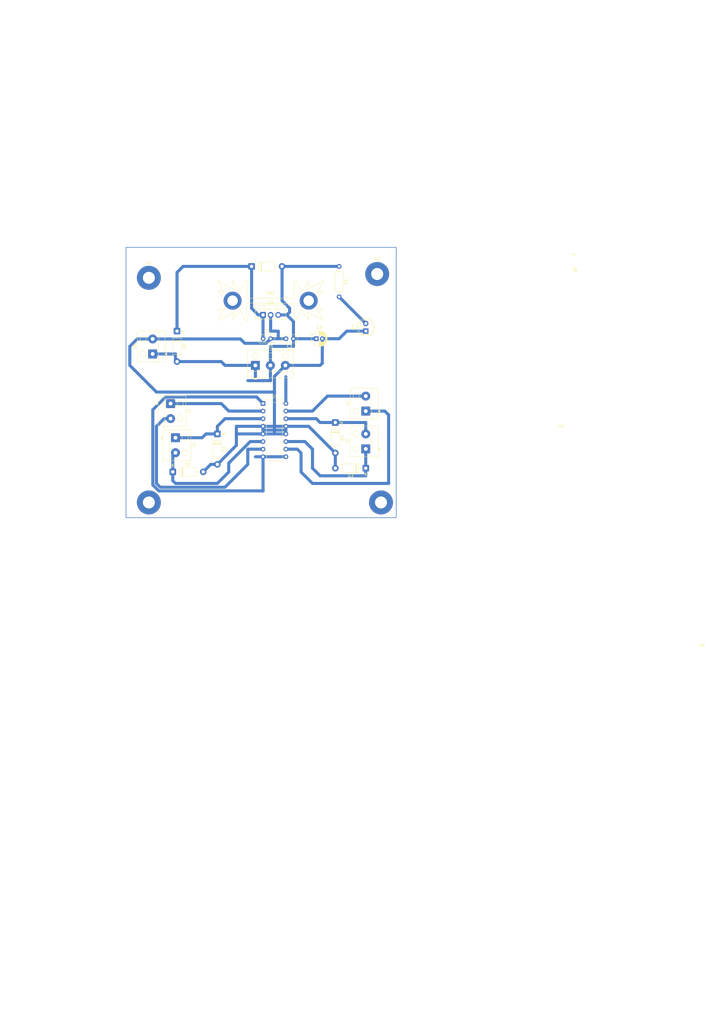
<source format=kicad_pcb>
(kicad_pcb (version 20241229) (generator "pcbnew") (generator_version "9.0")
  (layers (0 "F.Cu" signal) (2 "B.Cu" signal) (13 "F.Paste" user) (15 "B.Paste" user) (5 "F.SilkS" user "F.Silkscreen") (7 "B.SilkS" user "B.Silkscreen") (1 "F.Mask" user) (3 "B.Mask" user) (25 "Edge.Cuts" user))
  (net 0 "")
  (net 1 "GNDREF")
  (net 2 "Net-(D5-K)")
  (net 3 "/+5V")
  (net 4 "Net-(D1-K)")
  (net 5 "Net-(D2-K)")
  (net 6 "Net-(D3-K)")
  (net 7 "Net-(D4-K)")
  (net 8 "/+12V")
  (net 9 "Net-(D7-A)")
  (net 10 "Net-(J1-Pin_1)")
  (net 11 "Net-(J1-Pin_2)")
  (net 12 "Net-(J2-Pin_2)")
  (net 13 "Net-(J2-Pin_1)")
  (footprint "TerminalBlock_Altech:Altech_AK100_1x02_P5.00mm" (layer "F.Cu") (at 238.76 111.76 90)
    (property "Reference" "J2" (at 2.5 -6.12 90) (layer "F.SilkS"))
    (property "Value" "Screw_Terminal_01x02")
    (fp_line (start 7.62 -5.12) (end 7.62 4.12) (stroke (width 0.12)) (layer "F.SilkS"))
    (fp_line (start -2.62 -5.12) (end 7.62 -5.12) (stroke (width 0.12)) (layer "F.SilkS"))
    (fp_line (start -2.62 2) (end 7.62 2) (stroke (width 0.12)) (layer "F.SilkS"))
    (fp_line (start 7.62 4.12) (end 0.3 4.12) (stroke (width 0.12)) (layer "F.SilkS"))
    (fp_line (start -0.3 4.12) (end -2.62 4.12) (stroke (width 0.12)) (layer "F.SilkS"))
    (fp_line (start -2.62 4.12) (end -2.62 -5.12) (stroke (width 0.12)) (layer "F.SilkS"))
    (fp_circle (center 5 -3.2) (end 6 -3.2) (stroke (width 0.12)) (fill no) (layer "F.SilkS"))
    (fp_circle (center 0 -3.2) (end 1 -3.2) (stroke (width 0.12)) (fill no) (layer "F.SilkS"))
    (fp_poly (pts (xy 0 4.12) (xy 0.44 4.73) (xy -0.44 4.73)) (stroke (width 0.12)) (fill yes) (layer "F.SilkS"))
    (pad "1" thru_hole roundrect (at 0 0 90) (size 3 3) (drill 1.3) (layers "*.Cu" "*.Mask") (roundrect_rratio 0.083333) (net 13 "Net-(J2-Pin_1)"))
    (pad "2" thru_hole circle (at 5 0 90) (size 3 3) (drill 1.3) (layers "*.Cu" "*.Mask") (net 12 "Net-(J2-Pin_2)"))
  )
  (footprint "Diode_THT:D_DO-41_SOD81_P10.16mm_Horizontal" (layer "F.Cu") (at 238.76 130.81 180)
    (property "Reference" "D3" (at 5.08 -2.47 0) (layer "F.SilkS"))
    (property "Value" "1N4007")
    (fp_line (start 8.82 0) (end 7.8 0) (stroke (width 0.12)) (layer "F.SilkS"))
    (fp_line (start 3.38 -1.47) (end 3.38 1.47) (stroke (width 0.12)) (layer "F.SilkS"))
    (fp_line (start 3.26 -1.47) (end 3.26 1.47) (stroke (width 0.12)) (layer "F.SilkS"))
    (fp_line (start 3.14 -1.47) (end 3.14 1.47) (stroke (width 0.12)) (layer "F.SilkS"))
    (fp_line (start 1.34 0) (end 2.36 0) (stroke (width 0.12)) (layer "F.SilkS"))
    (fp_rect (start 2.36 -1.47) (end 7.8 1.47) (stroke (width 0.12)) (fill no) (layer "F.SilkS"))
    (fp_text user "K" (at 0 -2.1 0) (layer "F.SilkS"))
    (pad "1" thru_hole roundrect (at 0 0 180) (size 2.2 2.2) (drill 1.1) (layers "*.Cu" "*.Mask") (roundrect_rratio 0.113636) (net 6 "Net-(D3-K)"))
    (pad "2" thru_hole circle (at 10.16 0 180) (size 2.2 2.2) (drill 1.1) (layers "*.Cu" "*.Mask") (net 1 "GNDREF"))
  )
  (footprint "Diode_THT:D_DO-41_SOD81_P10.16mm_Horizontal" (layer "F.Cu") (at 175.77 85.09 -90)
    (property "Reference" "D5" (at 5.08 -2.47 90) (layer "F.SilkS"))
    (property "Value" "1N4007")
    (fp_line (start 1.34 0) (end 2.36 0) (stroke (width 0.12)) (layer "F.SilkS"))
    (fp_line (start 8.82 0) (end 7.8 0) (stroke (width 0.12)) (layer "F.SilkS"))
    (fp_line (start 3.14 -1.47) (end 3.14 1.47) (stroke (width 0.12)) (layer "F.SilkS"))
    (fp_line (start 3.26 -1.47) (end 3.26 1.47) (stroke (width 0.12)) (layer "F.SilkS"))
    (fp_line (start 3.38 -1.47) (end 3.38 1.47) (stroke (width 0.12)) (layer "F.SilkS"))
    (fp_rect (start 2.36 -1.47) (end 7.8 1.47) (stroke (width 0.12)) (fill no) (layer "F.SilkS"))
    (fp_text user "K" (at 0 -2.1 90) (layer "F.SilkS"))
    (pad "1" thru_hole roundrect (at 0 0 270) (size 2.2 2.2) (drill 1.1) (layers "*.Cu" "*.Mask") (roundrect_rratio 0.113636) (net 2 "Net-(D5-K)"))
    (pad "2" thru_hole circle (at 10.16 0 270) (size 2.2 2.2) (drill 1.1) (layers "*.Cu" "*.Mask") (net 8 "/+12V"))
  )
  (footprint "Package_TO_SOT_THT:TO-220-3_Vertical" (layer "F.Cu") (at 204.47 79.69)
    (property "Reference" "U2" (at 2.54 -4.1 0) (layer "F.SilkS"))
    (property "Value" "LM78M05_TO220")
    (fp_line (start -2.57 -3.26) (end 7.65 -3.26) (stroke (width 0.12)) (layer "F.SilkS"))
    (fp_line (start -2.57 -1.88) (end 7.65 -1.88) (stroke (width 0.12)) (layer "F.SilkS"))
    (fp_line (start -2.57 1.36) (end -2.57 -3.26) (stroke (width 0.12)) (layer "F.SilkS"))
    (fp_line (start 0.69 -3.26) (end 0.69 -1.88) (stroke (width 0.12)) (layer "F.SilkS"))
    (fp_line (start 4.39 -3.26) (end 4.39 -1.88) (stroke (width 0.12)) (layer "F.SilkS"))
    (fp_line (start 7.65 -3.26) (end 7.65 1.36) (stroke (width 0.12)) (layer "F.SilkS"))
    (fp_line (start 7.65 1.36) (end -2.57 1.36) (stroke (width 0.12)) (layer "F.SilkS"))
    (pad "1" thru_hole rect (at 0 0) (size 1.905 2) (drill 1.1) (layers "*.Cu" "*.Mask") (net 2 "Net-(D5-K)"))
    (pad "2" thru_hole oval (at 2.54 0) (size 1.905 2) (drill 1.1) (layers "*.Cu" "*.Mask") (net 1 "GNDREF"))
    (pad "3" thru_hole oval (at 5.08 0) (size 1.905 2) (drill 1.1) (layers "*.Cu" "*.Mask") (net 3 "/+5V"))
  )
  (footprint "MountingHole:MountingHole_4mm_Pad" (layer "F.Cu") (at 243.84 142.24)
    (property "Reference" "H3" (at 60.02 -25.35 0) (layer "F.SilkS"))
    (property "Value" "MountingHole")
    (pad "1" thru_hole circle (at 0 0) (size 8 8) (drill 4) (layers "*.Cu" "*.Mask"))
  )
  (footprint "TerminalBlock_Altech:Altech_AK100_1x02_P5.00mm" (layer "F.Cu") (at 167.64 92.71 90)
    (property "Reference" "J6" (at 2.5 -6.12 90) (layer "F.SilkS"))
    (property "Value" "Screw_Terminal_01x02")
    (fp_line (start 7.62 -5.12) (end 7.62 4.12) (stroke (width 0.12)) (layer "F.SilkS"))
    (fp_line (start -2.62 -5.12) (end 7.62 -5.12) (stroke (width 0.12)) (layer "F.SilkS"))
    (fp_line (start -2.62 2) (end 7.62 2) (stroke (width 0.12)) (layer "F.SilkS"))
    (fp_line (start 7.62 4.12) (end 0.3 4.12) (stroke (width 0.12)) (layer "F.SilkS"))
    (fp_line (start -0.3 4.12) (end -2.62 4.12) (stroke (width 0.12)) (layer "F.SilkS"))
    (fp_line (start -2.62 4.12) (end -2.62 -5.12) (stroke (width 0.12)) (layer "F.SilkS"))
    (fp_circle (center 5 -3.2) (end 6 -3.2) (stroke (width 0.12)) (fill no) (layer "F.SilkS"))
    (fp_circle (center 0 -3.2) (end 1 -3.2) (stroke (width 0.12)) (fill no) (layer "F.SilkS"))
    (fp_poly (pts (xy 0 4.12) (xy 0.44 4.73) (xy -0.44 4.73)) (stroke (width 0.12)) (fill yes) (layer "F.SilkS"))
    (pad "1" thru_hole roundrect (at 0 0 90) (size 3 3) (drill 1.3) (layers "*.Cu" "*.Mask") (roundrect_rratio 0.083333) (net 8 "/+12V"))
    (pad "2" thru_hole circle (at 5 0 90) (size 3 3) (drill 1.3) (layers "*.Cu" "*.Mask") (net 1 "GNDREF"))
  )
  (footprint "LED_THT:LED_D5.0mm" (layer "F.Cu") (at 238.76 85.09 90)
    (property "Reference" "D7" (at 1.27 -3.96 90) (layer "F.SilkS"))
    (property "Value" "LED")
    (fp_line (start -1.29 -1.545) (end -1.29 1.545) (stroke (width 0.12)) (layer "F.SilkS"))
    (fp_arc (start -1.29 -1.54483) (mid 2.071779 -2.880495) (end 4.26 0) (stroke (width 0.12)) (layer "F.SilkS"))
    (fp_arc (start 4.26 0) (mid 2.071779 2.880495) (end -1.29 1.54483) (stroke (width 0.12)) (layer "F.SilkS"))
    (fp_circle (center 1.27 0) (end 3.77 0) (stroke (width 0.12)) (fill no) (layer "F.SilkS"))
    (pad "1" thru_hole rect (at 0 0 90) (size 1.8 1.8) (drill 0.9) (layers "*.Cu" "*.Mask") (net 1 "GNDREF"))
    (pad "2" thru_hole circle (at 2.54 0 90) (size 1.8 1.8) (drill 0.9) (layers "*.Cu" "*.Mask") (net 9 "Net-(D7-A)"))
  )
  (footprint "TerminalBlock_Altech:Altech_AK100_1x03_P5.00mm" (layer "F.Cu") (at 201.93 96.52)
    (property "Reference" "J3" (at 5 -6.12 0) (layer "F.SilkS"))
    (property "Value" "Screw_Terminal_01x03")
    (fp_line (start -2.62 -5.12) (end 12.62 -5.12) (stroke (width 0.12)) (layer "F.SilkS"))
    (fp_line (start -2.62 2) (end 12.62 2) (stroke (width 0.12)) (layer "F.SilkS"))
    (fp_line (start -2.62 4.12) (end -2.62 -5.12) (stroke (width 0.12)) (layer "F.SilkS"))
    (fp_line (start -0.3 4.12) (end -2.62 4.12) (stroke (width 0.12)) (layer "F.SilkS"))
    (fp_line (start 12.62 -5.12) (end 12.62 4.12) (stroke (width 0.12)) (layer "F.SilkS"))
    (fp_line (start 12.62 4.12) (end 0.3 4.12) (stroke (width 0.12)) (layer "F.SilkS"))
    (fp_circle (center 0 -3.2) (end 1 -3.2) (stroke (width 0.12)) (fill no) (layer "F.SilkS"))
    (fp_circle (center 5 -3.2) (end 6 -3.2) (stroke (width 0.12)) (fill no) (layer "F.SilkS"))
    (fp_circle (center 10 -3.2) (end 11 -3.2) (stroke (width 0.12)) (fill no) (layer "F.SilkS"))
    (fp_poly (pts (xy 0 4.12) (xy 0.44 4.73) (xy -0.44 4.73)) (stroke (width 0.12)) (fill yes) (layer "F.SilkS"))
    (pad "1" thru_hole roundrect (at 0 0) (size 3 3) (drill 1.3) (layers "*.Cu" "*.Mask") (roundrect_rratio 0.083333) (net 8 "/+12V"))
    (pad "2" thru_hole circle (at 5 0) (size 3 3) (drill 1.3) (layers "*.Cu" "*.Mask") (net 3 "/+5V"))
    (pad "3" thru_hole circle (at 10 0) (size 3 3) (drill 1.3) (layers "*.Cu" "*.Mask") (net 1 "GNDREF"))
  )
  (footprint "Resistor_THT:R_Axial_DIN0207_L6.3mm_D2.5mm_P10.16mm_Horizontal" (layer "F.Cu") (at 229.87 63.5 -90)
    (property "Reference" "R1" (at 5.08 -2.37 90) (layer "F.SilkS"))
    (property "Value" "1k")
    (fp_line (start 1.04 0) (end 1.81 0) (stroke (width 0.12)) (layer "F.SilkS"))
    (fp_line (start 9.12 0) (end 8.35 0) (stroke (width 0.12)) (layer "F.SilkS"))
    (fp_rect (start 1.81 -1.37) (end 8.35 1.37) (stroke (width 0.12)) (fill no) (layer "F.SilkS"))
    (pad "1" thru_hole circle (at 0 0 270) (size 1.6 1.6) (drill 0.8) (layers "*.Cu" "*.Mask") (net 3 "/+5V"))
    (pad "2" thru_hole circle (at 10.16 0 270) (size 1.6 1.6) (drill 0.8) (layers "*.Cu" "*.Mask") (net 9 "Net-(D7-A)"))
  )
  (footprint "Capacitor_THT:C_Disc_D5.0mm_W2.5mm_P2.50mm" (layer "F.Cu") (at 214.63 87.63 180)
    (property "Reference" "C2" (at 1.25 -2.5 0) (layer "F.SilkS"))
    (property "Value" "0.1uf")
    (fp_line (start 3.87 1.37) (end -1.37 1.37) (stroke (width 0.12)) (layer "F.SilkS"))
    (fp_line (start 3.87 -1.37) (end 3.87 1.37) (stroke (width 0.12)) (layer "F.SilkS"))
    (fp_line (start -1.37 1.37) (end -1.37 -1.37) (stroke (width 0.12)) (layer "F.SilkS"))
    (fp_line (start -1.37 -1.37) (end 3.87 -1.37) (stroke (width 0.12)) (layer "F.SilkS"))
    (pad "1" thru_hole circle (at 0 0 180) (size 1.6 1.6) (drill 0.8) (layers "*.Cu" "*.Mask") (net 3 "/+5V"))
    (pad "2" thru_hole circle (at 2.5 0 180) (size 1.6 1.6) (drill 0.8) (layers "*.Cu" "*.Mask") (net 1 "GNDREF"))
  )
  (footprint "TerminalBlock_Altech:Altech_AK100_1x02_P5.00mm" (layer "F.Cu") (at 238.76 124.38 90)
    (property "Reference" "J5" (at 2.5 -6.12 90) (layer "F.SilkS"))
    (property "Value" "Screw_Terminal_01x02")
    (fp_line (start 7.62 -5.12) (end 7.62 4.12) (stroke (width 0.12)) (layer "F.SilkS"))
    (fp_line (start -2.62 -5.12) (end 7.62 -5.12) (stroke (width 0.12)) (layer "F.SilkS"))
    (fp_line (start -2.62 2) (end 7.62 2) (stroke (width 0.12)) (layer "F.SilkS"))
    (fp_line (start 7.62 4.12) (end 0.3 4.12) (stroke (width 0.12)) (layer "F.SilkS"))
    (fp_line (start -0.3 4.12) (end -2.62 4.12) (stroke (width 0.12)) (layer "F.SilkS"))
    (fp_line (start -2.62 4.12) (end -2.62 -5.12) (stroke (width 0.12)) (layer "F.SilkS"))
    (fp_circle (center 5 -3.2) (end 6 -3.2) (stroke (width 0.12)) (fill no) (layer "F.SilkS"))
    (fp_circle (center 0 -3.2) (end 1 -3.2) (stroke (width 0.12)) (fill no) (layer "F.SilkS"))
    (fp_poly (pts (xy 0 4.12) (xy 0.44 4.73) (xy -0.44 4.73)) (stroke (width 0.12)) (fill yes) (layer "F.SilkS"))
    (pad "1" thru_hole roundrect (at 0 0 90) (size 3 3) (drill 1.3) (layers "*.Cu" "*.Mask") (roundrect_rratio 0.083333) (net 6 "Net-(D3-K)"))
    (pad "2" thru_hole circle (at 5 0 90) (size 3 3) (drill 1.3) (layers "*.Cu" "*.Mask") (net 7 "Net-(D4-K)"))
  )
  (footprint "MountingHole:MountingHole_4mm_Pad" (layer "F.Cu") (at 242.57 66.04)
    (property "Reference" "H2" (at 0 -4.95 0) (layer "F.SilkS"))
    (property "Value" "MountingHole")
    (pad "1" thru_hole circle (at 0 0) (size 8 8) (drill 4) (layers "*.Cu" "*.Mask"))
  )
  (footprint "Diode_THT:D_DO-41_SOD81_P10.16mm_Horizontal" (layer "F.Cu") (at 174.3575 132.04)
    (property "Reference" "D2" (at 5.08 -2.47 0) (layer "F.SilkS"))
    (property "Value" "1N4007")
    (fp_line (start 1.34 0) (end 2.36 0) (stroke (width 0.12)) (layer "F.SilkS"))
    (fp_line (start 3.14 -1.47) (end 3.14 1.47) (stroke (width 0.12)) (layer "F.SilkS"))
    (fp_line (start 3.26 -1.47) (end 3.26 1.47) (stroke (width 0.12)) (layer "F.SilkS"))
    (fp_line (start 3.38 -1.47) (end 3.38 1.47) (stroke (width 0.12)) (layer "F.SilkS"))
    (fp_line (start 8.82 0) (end 7.8 0) (stroke (width 0.12)) (layer "F.SilkS"))
    (fp_rect (start 2.36 -1.47) (end 7.8 1.47) (stroke (width 0.12)) (fill no) (layer "F.SilkS"))
    (fp_text user "K" (at 0 -2.1 0) (layer "F.SilkS"))
    (pad "1" thru_hole roundrect (at 0 0) (size 2.2 2.2) (drill 1.1) (layers "*.Cu" "*.Mask") (roundrect_rratio 0.113636) (net 5 "Net-(D2-K)"))
    (pad "2" thru_hole circle (at 10.16 0) (size 2.2 2.2) (drill 1.1) (layers "*.Cu" "*.Mask") (net 1 "GNDREF"))
  )
  (footprint "Package_DIP:DIP-16_W7.62mm" (layer "F.Cu") (at 204.475 109.22)
    (property "Reference" "U1" (at 3.81 -2.33 0) (layer "F.SilkS"))
    (property "Value" "L293")
    (fp_line (start 1.16 -1.33) (end 1.16 19.11) (stroke (width 0.12)) (layer "F.SilkS"))
    (fp_line (start 1.16 19.11) (end 6.46 19.11) (stroke (width 0.12)) (layer "F.SilkS"))
    (fp_line (start 2.81 -1.33) (end 1.16 -1.33) (stroke (width 0.12)) (layer "F.SilkS"))
    (fp_line (start 6.46 -1.33) (end 4.81 -1.33) (stroke (width 0.12)) (layer "F.SilkS"))
    (fp_line (start 6.46 19.11) (end 6.46 -1.33) (stroke (width 0.12)) (layer "F.SilkS"))
    (fp_arc (start 4.81 -1.33) (mid 3.81 -0.33) (end 2.81 -1.33) (stroke (width 0.12)) (layer "F.SilkS"))
    (pad "1" thru_hole roundrect (at 0 0) (size 1.6 1.6) (drill 0.8) (layers "*.Cu" "*.Mask") (roundrect_rratio 0.15625) (net 3 "/+5V"))
    (pad "2" thru_hole circle (at 0 2.54) (size 1.6 1.6) (drill 0.8) (layers "*.Cu" "*.Mask") (net 10 "Net-(J1-Pin_1)"))
    (pad "3" thru_hole circle (at 0 5.08) (size 1.6 1.6) (drill 0.8) (layers "*.Cu" "*.Mask") (net 4 "Net-(D1-K)"))
    (pad "4" thru_hole circle (at 0 7.62) (size 1.6 1.6) (drill 0.8) (layers "*.Cu" "*.Mask") (net 1 "GNDREF"))
    (pad "5" thru_hole circle (at 0 10.16) (size 1.6 1.6) (drill 0.8) (layers "*.Cu" "*.Mask") (net 1 "GNDREF"))
    (pad "6" thru_hole circle (at 0 12.7) (size 1.6 1.6) (drill 0.8) (layers "*.Cu" "*.Mask") (net 5 "Net-(D2-K)"))
    (pad "7" thru_hole circle (at 0 15.24) (size 1.6 1.6) (drill 0.8) (layers "*.Cu" "*.Mask") (net 11 "Net-(J1-Pin_2)"))
    (pad "8" thru_hole circle (at 0 17.78) (size 1.6 1.6) (drill 0.8) (layers "*.Cu" "*.Mask") (net 3 "/+5V"))
    (pad "9" thru_hole circle (at 7.62 17.78) (size 1.6 1.6) (drill 0.8) (layers "*.Cu" "*.Mask") (net 3 "/+5V"))
    (pad "10" thru_hole circle (at 7.62 15.24) (size 1.6 1.6) (drill 0.8) (layers "*.Cu" "*.Mask") (net 13 "Net-(J2-Pin_1)"))
    (pad "11" thru_hole circle (at 7.62 12.7) (size 1.6 1.6) (drill 0.8) (layers "*.Cu" "*.Mask") (net 6 "Net-(D3-K)"))
    (pad "12" thru_hole circle (at 7.62 10.16) (size 1.6 1.6) (drill 0.8) (layers "*.Cu" "*.Mask") (net 1 "GNDREF"))
    (pad "13" thru_hole circle (at 7.62 7.62) (size 1.6 1.6) (drill 0.8) (layers "*.Cu" "*.Mask") (net 1 "GNDREF"))
    (pad "14" thru_hole circle (at 7.62 5.08) (size 1.6 1.6) (drill 0.8) (layers "*.Cu" "*.Mask") (net 7 "Net-(D4-K)"))
    (pad "15" thru_hole circle (at 7.62 2.54) (size 1.6 1.6) (drill 0.8) (layers "*.Cu" "*.Mask") (net 12 "Net-(J2-Pin_2)"))
    (pad "16" thru_hole circle (at 7.62 0) (size 1.6 1.6) (drill 0.8) (layers "*.Cu" "*.Mask") (net 8 "/+12V"))
  )
  (footprint "Diode_THT:D_DO-41_SOD81_P10.16mm_Horizontal" (layer "F.Cu") (at 200.66 63.5)
    (property "Reference" "D6" (at 107.98 1.03 270) (layer "F.SilkS"))
    (property "Value" "1N4007")
    (fp_line (start 1.34 0) (end 2.36 0) (stroke (width 0.12)) (layer "F.SilkS"))
    (fp_line (start 3.14 -1.47) (end 3.14 1.47) (stroke (width 0.12)) (layer "F.SilkS"))
    (fp_line (start 3.26 -1.47) (end 3.26 1.47) (stroke (width 0.12)) (layer "F.SilkS"))
    (fp_line (start 3.38 -1.47) (end 3.38 1.47) (stroke (width 0.12)) (layer "F.SilkS"))
    (fp_line (start 8.82 0) (end 7.8 0) (stroke (width 0.12)) (layer "F.SilkS"))
    (fp_rect (start 2.36 -1.47) (end 7.8 1.47) (stroke (width 0.12)) (fill no) (layer "F.SilkS"))
    (fp_text user "K" (at 107.61 -4.05 270) (layer "F.SilkS"))
    (pad "1" thru_hole roundrect (at 0 0) (size 2.2 2.2) (drill 1.1) (layers "*.Cu" "*.Mask") (roundrect_rratio 0.113636) (net 2 "Net-(D5-K)"))
    (pad "2" thru_hole circle (at 10.16 0) (size 2.2 2.2) (drill 1.1) (layers "*.Cu" "*.Mask") (net 3 "/+5V"))
  )
  (footprint "MountingHole:MountingHole_4mm_Pad" (layer "F.Cu") (at 166.37 142.24)
    (property "Reference" "H4" (at 184.48 47.65 0) (layer "F.SilkS"))
    (property "Value" "MountingHole")
    (pad "1" thru_hole circle (at 0 0) (size 8 8) (drill 4) (layers "*.Cu" "*.Mask"))
  )
  (footprint "MountingHole:MountingHole_4mm_Pad" (layer "F.Cu") (at 166.37 67.31)
    (property "Reference" "H1" (at 0 -4.95 0) (layer "F.SilkS"))
    (property "Value" "MountingHole")
    (pad "1" thru_hole circle (at 0 0) (size 8 8) (drill 4) (layers "*.Cu" "*.Mask"))
  )
  (footprint "Capacitor_THT:C_Disc_D5.0mm_W2.5mm_P2.50mm" (layer "F.Cu") (at 204.51 87.63)
    (property "Reference" "C1" (at 1.25 -2.5 0) (layer "F.SilkS"))
    (property "Value" "0.1uf")
    (fp_line (start -1.37 -1.37) (end 3.87 -1.37) (stroke (width 0.12)) (layer "F.SilkS"))
    (fp_line (start -1.37 1.37) (end -1.37 -1.37) (stroke (width 0.12)) (layer "F.SilkS"))
    (fp_line (start 3.87 -1.37) (end 3.87 1.37) (stroke (width 0.12)) (layer "F.SilkS"))
    (fp_line (start 3.87 1.37) (end -1.37 1.37) (stroke (width 0.12)) (layer "F.SilkS"))
    (pad "1" thru_hole circle (at 0 0) (size 1.6 1.6) (drill 0.8) (layers "*.Cu" "*.Mask") (net 2 "Net-(D5-K)"))
    (pad "2" thru_hole circle (at 2.5 0) (size 1.6 1.6) (drill 0.8) (layers "*.Cu" "*.Mask") (net 1 "GNDREF"))
  )
  (footprint "TerminalBlock_Altech:Altech_AK100_1x02_P5.00mm" (layer "F.Cu") (at 175.26 120.65 -90)
    (property "Reference" "J4" (at 2.5 -6.12 90) (layer "F.SilkS"))
    (property "Value" "Screw_Terminal_01x02")
    (fp_line (start -2.62 4.12) (end -2.62 -5.12) (stroke (width 0.12)) (layer "F.SilkS"))
    (fp_line (start -0.3 4.12) (end -2.62 4.12) (stroke (width 0.12)) (layer "F.SilkS"))
    (fp_line (start 7.62 4.12) (end 0.3 4.12) (stroke (width 0.12)) (layer "F.SilkS"))
    (fp_line (start -2.62 2) (end 7.62 2) (stroke (width 0.12)) (layer "F.SilkS"))
    (fp_line (start -2.62 -5.12) (end 7.62 -5.12) (stroke (width 0.12)) (layer "F.SilkS"))
    (fp_line (start 7.62 -5.12) (end 7.62 4.12) (stroke (width 0.12)) (layer "F.SilkS"))
    (fp_circle (center 0 -3.2) (end 1 -3.2) (stroke (width 0.12)) (fill no) (layer "F.SilkS"))
    (fp_circle (center 5 -3.2) (end 6 -3.2) (stroke (width 0.12)) (fill no) (layer "F.SilkS"))
    (fp_poly (pts (xy 0 4.12) (xy 0.44 4.73) (xy -0.44 4.73)) (stroke (width 0.12)) (fill yes) (layer "F.SilkS"))
    (pad "1" thru_hole roundrect (at 0 0 270) (size 3 3) (drill 1.3) (layers "*.Cu" "*.Mask") (roundrect_rratio 0.083333) (net 4 "Net-(D1-K)"))
    (pad "2" thru_hole circle (at 5 0 270) (size 3 3) (drill 1.3) (layers "*.Cu" "*.Mask") (net 5 "Net-(D2-K)"))
  )
  (footprint "Diode_THT:D_DO-41_SOD81_P10.16mm_Horizontal" (layer "F.Cu") (at 189.23 119.38 -90)
    (property "Reference" "D1" (at 5.08 -2.47 90) (layer "F.SilkS"))
    (property "Value" "1N4007")
    (fp_line (start 1.34 0) (end 2.36 0) (stroke (width 0.12)) (layer "F.SilkS"))
    (fp_line (start 8.82 0) (end 7.8 0) (stroke (width 0.12)) (layer "F.SilkS"))
    (fp_line (start 3.14 -1.47) (end 3.14 1.47) (stroke (width 0.12)) (layer "F.SilkS"))
    (fp_line (start 3.26 -1.47) (end 3.26 1.47) (stroke (width 0.12)) (layer "F.SilkS"))
    (fp_line (start 3.38 -1.47) (end 3.38 1.47) (stroke (width 0.12)) (layer "F.SilkS"))
    (fp_rect (start 2.36 -1.47) (end 7.8 1.47) (stroke (width 0.12)) (fill no) (layer "F.SilkS"))
    (fp_text user "K" (at 0 -2.1 90) (layer "F.SilkS"))
    (pad "1" thru_hole roundrect (at 0 0 270) (size 2.2 2.2) (drill 1.1) (layers "*.Cu" "*.Mask") (roundrect_rratio 0.113636) (net 4 "Net-(D1-K)"))
    (pad "2" thru_hole circle (at 10.16 0 270) (size 2.2 2.2) (drill 1.1) (layers "*.Cu" "*.Mask") (net 1 "GNDREF"))
  )
  (footprint "Capacitor_THT:CP_Radial_D5.0mm_P2.00mm" (layer "F.Cu") (at 222.25 87.63)
    (property "Reference" "C3" (at 1 -3.75 0) (layer "F.SilkS"))
    (property "Value" "10uf")
    (fp_line (start -1.804775 -1.475) (end -1.304775 -1.475) (stroke (width 0.12)) (layer "F.SilkS"))
    (fp_line (start -1.554775 -1.725) (end -1.554775 -1.225) (stroke (width 0.12)) (layer "F.SilkS"))
    (fp_line (start 1 -2.58) (end 1 -1.04) (stroke (width 0.12)) (layer "F.SilkS"))
    (fp_line (start 1 1.04) (end 1 2.58) (stroke (width 0.12)) (layer "F.SilkS"))
    (fp_line (start 1.04 -2.58) (end 1.04 -1.04) (stroke (width 0.12)) (layer "F.SilkS"))
    (fp_line (start 1.04 1.04) (end 1.04 2.58) (stroke (width 0.12)) (layer "F.SilkS"))
    (fp_line (start 1.08 -2.579) (end 1.08 -1.04) (stroke (width 0.12)) (layer "F.SilkS"))
    (fp_line (start 1.08 1.04) (end 1.08 2.579) (stroke (width 0.12)) (layer "F.SilkS"))
    (fp_line (start 1.12 -2.577) (end 1.12 -1.04) (stroke (width 0.12)) (layer "F.SilkS"))
    (fp_line (start 1.12 1.04) (end 1.12 2.577) (stroke (width 0.12)) (layer "F.SilkS"))
    (fp_line (start 1.16 -2.575) (end 1.16 -1.04) (stroke (width 0.12)) (layer "F.SilkS"))
    (fp_line (start 1.16 1.04) (end 1.16 2.575) (stroke (width 0.12)) (layer "F.SilkS"))
    (fp_line (start 1.2 -2.572) (end 1.2 -1.04) (stroke (width 0.12)) (layer "F.SilkS"))
    (fp_line (start 1.2 1.04) (end 1.2 2.572) (stroke (width 0.12)) (layer "F.SilkS"))
    (fp_line (start 1.24 -2.569) (end 1.24 -1.04) (stroke (width 0.12)) (layer "F.SilkS"))
    (fp_line (start 1.24 1.04) (end 1.24 2.569) (stroke (width 0.12)) (layer "F.SilkS"))
    (fp_line (start 1.28 -2.565) (end 1.28 -1.04) (stroke (width 0.12)) (layer "F.SilkS"))
    (fp_line (start 1.28 1.04) (end 1.28 2.565) (stroke (width 0.12)) (layer "F.SilkS"))
    (fp_line (start 1.32 -2.56) (end 1.32 -1.04) (stroke (width 0.12)) (layer "F.SilkS"))
    (fp_line (start 1.32 1.04) (end 1.32 2.56) (stroke (width 0.12)) (layer "F.SilkS"))
    (fp_line (start 1.36 -2.555) (end 1.36 -1.04) (stroke (width 0.12)) (layer "F.SilkS"))
    (fp_line (start 1.36 1.04) (end 1.36 2.555) (stroke (width 0.12)) (layer "F.SilkS"))
    (fp_line (start 1.4 -2.549) (end 1.4 -1.04) (stroke (width 0.12)) (layer "F.SilkS"))
    (fp_line (start 1.4 1.04) (end 1.4 2.549) (stroke (width 0.12)) (layer "F.SilkS"))
    (fp_line (start 1.44 -2.543) (end 1.44 -1.04) (stroke (width 0.12)) (layer "F.SilkS"))
    (fp_line (start 1.44 1.04) (end 1.44 2.543) (stroke (width 0.12)) (layer "F.SilkS"))
    (fp_line (start 1.48 -2.536) (end 1.48 -1.04) (stroke (width 0.12)) (layer "F.SilkS"))
    (fp_line (start 1.48 1.04) (end 1.48 2.536) (stroke (width 0.12)) (layer "F.SilkS"))
    (fp_line (start 1.52 -2.528) (end 1.52 -1.04) (stroke (width 0.12)) (layer "F.SilkS"))
    (fp_line (start 1.52 1.04) (end 1.52 2.528) (stroke (width 0.12)) (layer "F.SilkS"))
    (fp_line (start 1.56 -2.519) (end 1.56 -1.04) (stroke (width 0.12)) (layer "F.SilkS"))
    (fp_line (start 1.56 1.04) (end 1.56 2.519) (stroke (width 0.12)) (layer "F.SilkS"))
    (fp_line (start 1.6 -2.51) (end 1.6 -1.04) (stroke (width 0.12)) (layer "F.SilkS"))
    (fp_line (start 1.6 1.04) (end 1.6 2.51) (stroke (width 0.12)) (layer "F.SilkS"))
    (fp_line (start 1.64 -2.501) (end 1.64 -1.04) (stroke (width 0.12)) (layer "F.SilkS"))
    (fp_line (start 1.64 1.04) (end 1.64 2.501) (stroke (width 0.12)) (layer "F.SilkS"))
    (fp_line (start 1.68 -2.49) (end 1.68 -1.04) (stroke (width 0.12)) (layer "F.SilkS"))
    (fp_line (start 1.68 1.04) (end 1.68 2.49) (stroke (width 0.12)) (layer "F.SilkS"))
    (fp_line (start 1.72 -2.479) (end 1.72 -1.04) (stroke (width 0.12)) (layer "F.SilkS"))
    (fp_line (start 1.72 1.04) (end 1.72 2.479) (stroke (width 0.12)) (layer "F.SilkS"))
    (fp_line (start 1.76 -2.467) (end 1.76 -1.04) (stroke (width 0.12)) (layer "F.SilkS"))
    (fp_line (start 1.76 1.04) (end 1.76 2.467) (stroke (width 0.12)) (layer "F.SilkS"))
    (fp_line (start 1.8 -2.455) (end 1.8 -1.04) (stroke (width 0.12)) (layer "F.SilkS"))
    (fp_line (start 1.8 1.04) (end 1.8 2.455) (stroke (width 0.12)) (layer "F.SilkS"))
    (fp_line (start 1.84 -2.442) (end 1.84 -1.04) (stroke (width 0.12)) (layer "F.SilkS"))
    (fp_line (start 1.84 1.04) (end 1.84 2.442) (stroke (width 0.12)) (layer "F.SilkS"))
    (fp_line (start 1.88 -2.428) (end 1.88 -1.04) (stroke (width 0.12)) (layer "F.SilkS"))
    (fp_line (start 1.88 1.04) (end 1.88 2.428) (stroke (width 0.12)) (layer "F.SilkS"))
    (fp_line (start 1.92 -2.413) (end 1.92 -1.04) (stroke (width 0.12)) (layer "F.SilkS"))
    (fp_line (start 1.92 1.04) (end 1.92 2.413) (stroke (width 0.12)) (layer "F.SilkS"))
    (fp_line (start 1.96 -2.398) (end 1.96 -1.04) (stroke (width 0.12)) (layer "F.SilkS"))
    (fp_line (start 1.96 1.04) (end 1.96 2.398) (stroke (width 0.12)) (layer "F.SilkS"))
    (fp_line (start 2 -2.382) (end 2 -1.04) (stroke (width 0.12)) (layer "F.SilkS"))
    (fp_line (start 2 1.04) (end 2 2.382) (stroke (width 0.12)) (layer "F.SilkS"))
    (fp_line (start 2.04 -2.365) (end 2.04 -1.04) (stroke (width 0.12)) (layer "F.SilkS"))
    (fp_line (start 2.04 1.04) (end 2.04 2.365) (stroke (width 0.12)) (layer "F.SilkS"))
    (fp_line (start 2.08 -2.347) (end 2.08 -1.04) (stroke (width 0.12)) (layer "F.SilkS"))
    (fp_line (start 2.08 1.04) (end 2.08 2.347) (stroke (width 0.12)) (layer "F.SilkS"))
    (fp_line (start 2.12 -2.329) (end 2.12 -1.04) (stroke (width 0.12)) (layer "F.SilkS"))
    (fp_line (start 2.12 1.04) (end 2.12 2.329) (stroke (width 0.12)) (layer "F.SilkS"))
    (fp_line (start 2.16 -2.309) (end 2.16 -1.04) (stroke (width 0.12)) (layer "F.SilkS"))
    (fp_line (start 2.16 1.04) (end 2.16 2.309) (stroke (width 0.12)) (layer "F.SilkS"))
    (fp_line (start 2.2 -2.289) (end 2.2 -1.04) (stroke (width 0.12)) (layer "F.SilkS"))
    (fp_line (start 2.2 1.04) (end 2.2 2.289) (stroke (width 0.12)) (layer "F.SilkS"))
    (fp_line (start 2.24 -2.268) (end 2.24 -1.04) (stroke (width 0.12)) (layer "F.SilkS"))
    (fp_line (start 2.24 1.04) (end 2.24 2.268) (stroke (width 0.12)) (layer "F.SilkS"))
    (fp_line (start 2.28 -2.246) (end 2.28 -1.04) (stroke (width 0.12)) (layer "F.SilkS"))
    (fp_line (start 2.28 1.04) (end 2.28 2.246) (stroke (width 0.12)) (layer "F.SilkS"))
    (fp_line (start 2.32 -2.223) (end 2.32 -1.04) (stroke (width 0.12)) (layer "F.SilkS"))
    (fp_line (start 2.32 1.04) (end 2.32 2.223) (stroke (width 0.12)) (layer "F.SilkS"))
    (fp_line (start 2.36 -2.199) (end 2.36 -1.04) (stroke (width 0.12)) (layer "F.SilkS"))
    (fp_line (start 2.36 1.04) (end 2.36 2.199) (stroke (width 0.12)) (layer "F.SilkS"))
    (fp_line (start 2.4 -2.175) (end 2.4 -1.04) (stroke (width 0.12)) (layer "F.SilkS"))
    (fp_line (start 2.4 1.04) (end 2.4 2.175) (stroke (width 0.12)) (layer "F.SilkS"))
    (fp_line (start 2.44 -2.149) (end 2.44 -1.04) (stroke (width 0.12)) (layer "F.SilkS"))
    (fp_line (start 2.44 1.04) (end 2.44 2.149) (stroke (width 0.12)) (layer "F.SilkS"))
    (fp_line (start 2.48 -2.122) (end 2.48 -1.04) (stroke (width 0.12)) (layer "F.SilkS"))
    (fp_line (start 2.48 1.04) (end 2.48 2.122) (stroke (width 0.12)) (layer "F.SilkS"))
    (fp_line (start 2.52 -2.094) (end 2.52 -1.04) (stroke (width 0.12)) (layer "F.SilkS"))
    (fp_line (start 2.52 1.04) (end 2.52 2.094) (stroke (width 0.12)) (layer "F.SilkS"))
    (fp_line (start 2.56 -2.065) (end 2.56 -1.04) (stroke (width 0.12)) (layer "F.SilkS"))
    (fp_line (start 2.56 1.04) (end 2.56 2.065) (stroke (width 0.12)) (layer "F.SilkS"))
    (fp_line (start 2.6 -2.035) (end 2.6 -1.04) (stroke (width 0.12)) (layer "F.SilkS"))
    (fp_line (start 2.6 1.04) (end 2.6 2.035) (stroke (width 0.12)) (layer "F.SilkS"))
    (fp_line (start 2.64 -2.003) (end 2.64 -1.04) (stroke (width 0.12)) (layer "F.SilkS"))
    (fp_line (start 2.64 1.04) (end 2.64 2.003) (stroke (width 0.12)) (layer "F.SilkS"))
    (fp_line (start 2.68 -1.97) (end 2.68 -1.04) (stroke (width 0.12)) (layer "F.SilkS"))
    (fp_line (start 2.68 1.04) (end 2.68 1.97) (stroke (width 0.12)) (layer "F.SilkS"))
    (fp_line (start 2.72 -1.936) (end 2.72 -1.04) (stroke (width 0.12)) (layer "F.SilkS"))
    (fp_line (start 2.72 1.04) (end 2.72 1.936) (stroke (width 0.12)) (layer "F.SilkS"))
    (fp_line (start 2.76 -1.901) (end 2.76 -1.04) (stroke (width 0.12)) (layer "F.SilkS"))
    (fp_line (start 2.76 1.04) (end 2.76 1.901) (stroke (width 0.12)) (layer "F.SilkS"))
    (fp_line (start 2.8 -1.864) (end 2.8 -1.04) (stroke (width 0.12)) (layer "F.SilkS"))
    (fp_line (start 2.8 1.04) (end 2.8 1.864) (stroke (width 0.12)) (layer "F.SilkS"))
    (fp_line (start 2.84 -1.825) (end 2.84 -1.04) (stroke (width 0.12)) (layer "F.SilkS"))
    (fp_line (start 2.84 1.04) (end 2.84 1.825) (stroke (width 0.12)) (layer "F.SilkS"))
    (fp_line (start 2.88 -1.785) (end 2.88 -1.04) (stroke (width 0.12)) (layer "F.SilkS"))
    (fp_line (start 2.88 1.04) (end 2.88 1.785) (stroke (width 0.12)) (layer "F.SilkS"))
    (fp_line (start 2.92 -1.743) (end 2.92 -1.04) (stroke (width 0.12)) (layer "F.SilkS"))
    (fp_line (start 2.92 1.04) (end 2.92 1.743) (stroke (width 0.12)) (layer "F.SilkS"))
    (fp_line (start 2.96 -1.699) (end 2.96 -1.04) (stroke (width 0.12)) (layer "F.SilkS"))
    (fp_line (start 2.96 1.04) (end 2.96 1.699) (stroke (width 0.12)) (layer "F.SilkS"))
    (fp_line (start 3 -1.652) (end 3 -1.04) (stroke (width 0.12)) (layer "F.SilkS"))
    (fp_line (start 3 1.04) (end 3 1.652) (stroke (width 0.12)) (layer "F.SilkS"))
    (fp_line (start 3.04 -1.604) (end 3.04 1.604) (stroke (width 0.12)) (layer "F.SilkS"))
    (fp_line (start 3.08 -1.553) (end 3.08 1.553) (stroke (width 0.12)) (layer "F.SilkS"))
    (fp_line (start 3.12 -1.499) (end 3.12 1.499) (stroke (width 0.12)) (layer "F.SilkS"))
    (fp_line (start 3.16 -1.443) (end 3.16 1.443) (stroke (width 0.12)) (layer "F.SilkS"))
    (fp_line (start 3.2 -1.383) (end 3.2 1.383) (stroke (width 0.12)) (layer "F.SilkS"))
    (fp_line (start 3.24 -1.319) (end 3.24 1.319) (stroke (width 0.12)) (layer "F.SilkS"))
    (fp_line (start 3.28 -1.251) (end 3.28 1.251) (stroke (width 0.12)) (layer "F.SilkS"))
    (fp_line (start 3.32 -1.177) (end 3.32 1.177) (stroke (width 0.12)) (layer "F.SilkS"))
    (fp_line (start 3.36 -1.098) (end 3.36 1.098) (stroke (width 0.12)) (layer "F.SilkS"))
    (fp_line (start 3.4 -1.011) (end 3.4 1.011) (stroke (width 0.12)) (layer "F.SilkS"))
    (fp_line (start 3.44 -0.914) (end 3.44 0.914) (stroke (width 0.12)) (layer "F.SilkS"))
    (fp_line (start 3.48 -0.805) (end 3.48 0.805) (stroke (width 0.12)) (layer "F.SilkS"))
    (fp_line (start 3.52 -0.677) (end 3.52 0.677) (stroke (width 0.12)) (layer "F.SilkS"))
    (fp_line (start 3.56 -0.517) (end 3.56 0.517) (stroke (width 0.12)) (layer "F.SilkS"))
    (fp_line (start 3.6 -0.283) (end 3.6 0.283) (stroke (width 0.12)) (layer "F.SilkS"))
    (fp_circle (center 1 0) (end 3.62 0) (stroke (width 0.12)) (fill no) (layer "F.SilkS"))
    (pad "1" thru_hole roundrect (at 0 0) (size 1.6 1.6) (drill 0.8) (layers "*.Cu" "*.Mask") (roundrect_rratio 0.15625) (net 3 "/+5V"))
    (pad "2" thru_hole circle (at 2 0) (size 1.6 1.6) (drill 0.8) (layers "*.Cu" "*.Mask") (net 1 "GNDREF"))
  )
  (footprint "TerminalBlock_Altech:Altech_AK100_1x02_P5.00mm" (layer "F.Cu") (at 173.6225 109.26 -90)
    (property "Reference" "J1" (at 2.5 -6.12 90) (layer "F.SilkS"))
    (property "Value" "Screw_Terminal_01x02")
    (fp_line (start -2.62 4.12) (end -2.62 -5.12) (stroke (width 0.12)) (layer "F.SilkS"))
    (fp_line (start -0.3 4.12) (end -2.62 4.12) (stroke (width 0.12)) (layer "F.SilkS"))
    (fp_line (start 7.62 4.12) (end 0.3 4.12) (stroke (width 0.12)) (layer "F.SilkS"))
    (fp_line (start -2.62 2) (end 7.62 2) (stroke (width 0.12)) (layer "F.SilkS"))
    (fp_line (start -2.62 -5.12) (end 7.62 -5.12) (stroke (width 0.12)) (layer "F.SilkS"))
    (fp_line (start 7.62 -5.12) (end 7.62 4.12) (stroke (width 0.12)) (layer "F.SilkS"))
    (fp_circle (center 0 -3.2) (end 1 -3.2) (stroke (width 0.12)) (fill no) (layer "F.SilkS"))
    (fp_circle (center 5 -3.2) (end 6 -3.2) (stroke (width 0.12)) (fill no) (layer "F.SilkS"))
    (fp_poly (pts (xy 0 4.12) (xy 0.44 4.73) (xy -0.44 4.73)) (stroke (width 0.12)) (fill yes) (layer "F.SilkS"))
    (pad "1" thru_hole roundrect (at 0 0 270) (size 3 3) (drill 1.3) (layers "*.Cu" "*.Mask") (roundrect_rratio 0.083333) (net 10 "Net-(J1-Pin_1)"))
    (pad "2" thru_hole circle (at 5 0 270) (size 3 3) (drill 1.3) (layers "*.Cu" "*.Mask") (net 11 "Net-(J1-Pin_2)"))
  )
  (footprint "Heatsink:Heatsink_Fischer_SK104-STCB_35x13mm__2xDrill3.5mm_ScrewM3" (layer "F.Cu") (at 207.01 74.93)
    (property "Reference" "HS1" (at -0.025 -2.5 0) (layer "F.SilkS"))
    (property "Value" "Heatsink")
    (fp_line (start -17.63 -6.51) (end -15.48 -2.74) (stroke (width 0.12)) (layer "F.SilkS"))
    (fp_line (start -17.63 6.51) (end -15.48 2.74) (stroke (width 0.12)) (layer "F.SilkS"))
    (fp_line (start -17.62 -3.27) (end -15.66 -1.38) (stroke (width 0.12)) (layer "F.SilkS"))
    (fp_line (start -17.62 3.27) (end -15.66 1.38) (stroke (width 0.12)) (layer "F.SilkS"))
    (fp_line (start -17.53 -3.42) (end -17.62 -3.27) (stroke (width 0.12)) (layer "F.SilkS"))
    (fp_line (start -17.53 3.42) (end -17.62 3.27) (stroke (width 0.12)) (layer "F.SilkS"))
    (fp_line (start -17.51 -6.63) (end -17.63 -6.51) (stroke (width 0.12)) (layer "F.SilkS"))
    (fp_line (start -17.51 6.63) (end -17.63 6.51) (stroke (width 0.12)) (layer "F.SilkS"))
    (fp_line (start -15.48 -2.74) (end -17.53 -3.42) (stroke (width 0.12)) (layer "F.SilkS"))
    (fp_line (start -15.48 2.74) (end -17.53 3.42) (stroke (width 0.12)) (layer "F.SilkS"))
    (fp_line (start -12.87 -6.55) (end -12.21 -3.75) (stroke (width 0.12)) (layer "F.SilkS"))
    (fp_line (start -12.87 6.55) (end -12.21 3.75) (stroke (width 0.12)) (layer "F.SilkS"))
    (fp_line (start -12.69 -6.61) (end -12.87 -6.55) (stroke (width 0.12)) (layer "F.SilkS"))
    (fp_line (start -12.69 6.61) (end -12.87 6.55) (stroke (width 0.12)) (layer "F.SilkS"))
    (fp_line (start -12.21 -3.75) (end -17.51 -6.63) (stroke (width 0.12)) (layer "F.SilkS"))
    (fp_line (start -12.21 3.75) (end -17.51 6.63) (stroke (width 0.12)) (layer "F.SilkS"))
    (fp_line (start -10.19 -2.89) (end -12.69 -6.61) (stroke (width 0.12)) (layer "F.SilkS"))
    (fp_line (start -10.19 2.89) (end -12.69 6.61) (stroke (width 0.12)) (layer "F.SilkS"))
    (fp_line (start -8.57 -6.6) (end -10.18 -2.89) (stroke (width 0.12)) (layer "F.SilkS"))
    (fp_line (start -8.57 6.6) (end -10.18 2.89) (stroke (width 0.12)) (layer "F.SilkS"))
    (fp_line (start -7.9 -6.6) (end -8.57 -6.6) (stroke (width 0.12)) (layer "F.SilkS"))
    (fp_line (start -7.9 -0.85) (end -7.9 -6.6) (stroke (width 0.12)) (layer "F.SilkS"))
    (fp_line (start -7.9 0.85) (end -7.9 6.6) (stroke (width 0.12)) (layer "F.SilkS"))
    (fp_line (start -7.9 6.6) (end -8.57 6.6) (stroke (width 0.12)) (layer "F.SilkS"))
    (fp_line (start 0 -0.85) (end -7.9 -0.85) (stroke (width 0.12)) (layer "F.SilkS"))
    (fp_line (start 0 -0.85) (end 7.9 -0.85) (stroke (width 0.12)) (layer "F.SilkS"))
    (fp_line (start 0 0.85) (end -7.9 0.85) (stroke (width 0.12)) (layer "F.SilkS"))
    (fp_line (start 0 0.85) (end 7.9 0.85) (stroke (width 0.12)) (layer "F.SilkS"))
    (fp_line (start 7.9 -6.6) (end 8.57 -6.6) (stroke (width 0.12)) (layer "F.SilkS"))
    (fp_line (start 7.9 -0.85) (end 7.9 -6.6) (stroke (width 0.12)) (layer "F.SilkS"))
    (fp_line (start 7.9 0.85) (end 7.9 6.6) (stroke (width 0.12)) (layer "F.SilkS"))
    (fp_line (start 7.9 6.6) (end 8.57 6.6) (stroke (width 0.12)) (layer "F.SilkS"))
    (fp_line (start 8.57 -6.6) (end 10.18 -2.89) (stroke (width 0.12)) (layer "F.SilkS"))
    (fp_line (start 8.57 6.6) (end 10.18 2.89) (stroke (width 0.12)) (layer "F.SilkS"))
    (fp_line (start 10.19 -2.89) (end 12.69 -6.61) (stroke (width 0.12)) (layer "F.SilkS"))
    (fp_line (start 10.19 2.89) (end 12.69 6.61) (stroke (width 0.12)) (layer "F.SilkS"))
    (fp_line (start 12.21 -3.75) (end 17.51 -6.63) (stroke (width 0.12)) (layer "F.SilkS"))
    (fp_line (start 12.21 3.75) (end 17.51 6.63) (stroke (width 0.12)) (layer "F.SilkS"))
    (fp_line (start 12.69 -6.61) (end 12.87 -6.55) (stroke (width 0.12)) (layer "F.SilkS"))
    (fp_line (start 12.69 6.61) (end 12.87 6.55) (stroke (width 0.12)) (layer "F.SilkS"))
    (fp_line (start 12.87 -6.55) (end 12.21 -3.75) (stroke (width 0.12)) (layer "F.SilkS"))
    (fp_line (start 12.87 6.55) (end 12.21 3.75) (stroke (width 0.12)) (layer "F.SilkS"))
    (fp_line (start 15.48 -2.74) (end 17.53 -3.42) (stroke (width 0.12)) (layer "F.SilkS"))
    (fp_line (start 15.48 2.74) (end 17.53 3.42) (stroke (width 0.12)) (layer "F.SilkS"))
    (fp_line (start 17.51 -6.63) (end 17.63 -6.51) (stroke (width 0.12)) (layer "F.SilkS"))
    (fp_line (start 17.51 6.63) (end 17.63 6.51) (stroke (width 0.12)) (layer "F.SilkS"))
    (fp_line (start 17.53 -3.42) (end 17.62 -3.27) (stroke (width 0.12)) (layer "F.SilkS"))
    (fp_line (start 17.53 3.42) (end 17.62 3.27) (stroke (width 0.12)) (layer "F.SilkS"))
    (fp_line (start 17.62 -3.27) (end 15.66 -1.38) (stroke (width 0.12)) (layer "F.SilkS"))
    (fp_line (start 17.62 3.27) (end 15.66 1.38) (stroke (width 0.12)) (layer "F.SilkS"))
    (fp_line (start 17.63 -6.51) (end 15.48 -2.74) (stroke (width 0.12)) (layer "F.SilkS"))
    (fp_line (start 17.63 6.51) (end 15.48 2.74) (stroke (width 0.12)) (layer "F.SilkS"))
    (pad "1" thru_hole circle (at -12.7 0 180) (size 6 6) (drill 3.5) (layers "*.Cu" "*.Mask"))
    (pad "1" thru_hole circle (at 12.7 0) (size 6 6) (drill 3.5) (layers "*.Cu" "*.Mask"))
  )
  (footprint "Diode_THT:D_DO-41_SOD81_P10.16mm_Horizontal" (layer "F.Cu") (at 228.6 115.57 -90)
    (property "Reference" "D4" (at 5.08 -2.47 90) (layer "F.SilkS"))
    (property "Value" "1N4007")
    (fp_line (start 1.34 0) (end 2.36 0) (stroke (width 0.12)) (layer "F.SilkS"))
    (fp_line (start 8.82 0) (end 7.8 0) (stroke (width 0.12)) (layer "F.SilkS"))
    (fp_line (start 3.14 -1.47) (end 3.14 1.47) (stroke (width 0.12)) (layer "F.SilkS"))
    (fp_line (start 3.26 -1.47) (end 3.26 1.47) (stroke (width 0.12)) (layer "F.SilkS"))
    (fp_line (start 3.38 -1.47) (end 3.38 1.47) (stroke (width 0.12)) (layer "F.SilkS"))
    (fp_rect (start 2.36 -1.47) (end 7.8 1.47) (stroke (width 0.12)) (fill no) (layer "F.SilkS"))
    (fp_text user "K" (at 0 -2.1 90) (layer "F.SilkS"))
    (pad "1" thru_hole roundrect (at 0 0 270) (size 2.2 2.2) (drill 1.1) (layers "*.Cu" "*.Mask") (roundrect_rratio 0.113636) (net 7 "Net-(D4-K)"))
    (pad "2" thru_hole circle (at 10.16 0 270) (size 2.2 2.2) (drill 1.1) (layers "*.Cu" "*.Mask") (net 1 "GNDREF"))
  )
  (gr_rect (start 158.75 57.15) (end 248.92 147.32) (stroke (width 0.2)) (fill no) (layer "B.Cu"))
  (segment (start 205.501 89.139) (end 207.01 87.63) (width 1.016) (layer "B.Cu") (net 1))
  (segment (start 238.76 85.09) (end 232.41 85.09) (width 1.016) (layer "B.Cu") (net 1))
  (segment (start 228.6 125.73) (end 219.71 116.84) (width 1.016) (layer "B.Cu") (net 1))
  (segment (start 208.28 100.17) (end 208.28 105.41) (width 1.016) (layer "B.Cu") (net 1))
  (segment (start 160.02 90.17) (end 160.02 96.52) (width 1.016) (layer "B.Cu") (net 1))
  (segment (start 208.28 116.84) (end 204.475 116.84) (width 1.016) (layer "B.Cu") (net 1))
  (segment (start 189.23 129.54) (end 195.58 123.19) (width 1.016) (layer "B.Cu") (net 1))
  (segment (start 207.01 79.69) (end 207.01 85.09) (width 1.016) (layer "B.Cu") (net 1))
  (segment (start 187.0175 129.54) (end 184.5175 132.04) (width 1.016) (layer "B.Cu") (net 1))
  (segment (start 204.475 116.84) (end 204.475 118.11) (width 1.016) (layer "B.Cu") (net 1))
  (segment (start 208.28 118.11) (end 208.28 119.38) (width 1.016) (layer "B.Cu") (net 1))
  (segment (start 224.25 87.63) (end 224.25 95.79) (width 1.016) (layer "B.Cu") (net 1))
  (segment (start 208.28 118.11) (end 212.095 118.11) (width 1.016) (layer "B.Cu") (net 1))
  (segment (start 208.28 105.41) (end 208.28 116.84) (width 1.016) (layer "B.Cu") (net 1))
  (segment (start 195.58 116.84) (end 204.475 116.84) (width 1.016) (layer "B.Cu") (net 1))
  (segment (start 219.71 116.84) (end 212.095 116.84) (width 1.016) (layer "B.Cu") (net 1))
  (segment (start 223.52 96.52) (end 211.93 96.52) (width 1.016) (layer "B.Cu") (net 1))
  (segment (start 207.01 87.63) (end 209.55 87.63) (width 1.016) (layer "B.Cu") (net 1))
  (segment (start 208.28 118.11) (end 204.475 118.11) (width 1.016) (layer "B.Cu") (net 1))
  (segment (start 212.095 116.84) (end 212.095 118.11) (width 1.016) (layer "B.Cu") (net 1))
  (segment (start 160.02 96.52) (end 168.91 105.41) (width 1.016) (layer "B.Cu") (net 1))
  (segment (start 212.095 118.11) (end 212.095 119.38) (width 1.016) (layer "B.Cu") (net 1))
  (segment (start 208.28 116.84) (end 208.28 118.11) (width 1.016) (layer "B.Cu") (net 1))
  (segment (start 224.25 95.79) (end 223.52 96.52) (width 1.016) (layer "B.Cu") (net 1))
  (segment (start 209.55 87.63) (end 212.13 87.63) (width 1.016) (layer "B.Cu") (net 1))
  (segment (start 198.359 89.139) (end 205.501 89.139) (width 1.016) (layer "B.Cu") (net 1))
  (segment (start 208.28 119.38) (end 212.095 119.38) (width 1.016) (layer "B.Cu") (net 1))
  (segment (start 196.93 87.71) (end 198.359 89.139) (width 1.016) (layer "B.Cu") (net 1))
  (segment (start 195.58 123.19) (end 195.58 119.38) (width 1.016) (layer "B.Cu") (net 1))
  (segment (start 208.28 119.38) (end 204.475 119.38) (width 1.016) (layer "B.Cu") (net 1))
  (segment (start 232.41 85.09) (end 229.87 87.63) (width 1.016) (layer "B.Cu") (net 1))
  (segment (start 189.23 129.54) (end 187.0175 129.54) (width 1.016) (layer "B.Cu") (net 1))
  (segment (start 207.01 85.09) (end 209.55 85.09) (width 1.016) (layer "B.Cu") (net 1))
  (segment (start 208.28 116.84) (end 212.095 116.84) (width 1.016) (layer "B.Cu") (net 1))
  (segment (start 228.6 130.81) (end 228.6 125.73) (width 1.016) (layer "B.Cu") (net 1))
  (segment (start 204.475 118.11) (end 204.475 119.38) (width 1.016) (layer "B.Cu") (net 1))
  (segment (start 195.58 119.38) (end 195.58 116.84) (width 1.016) (layer "B.Cu") (net 1))
  (segment (start 162.48 87.71) (end 160.02 90.17) (width 1.016) (layer "B.Cu") (net 1))
  (segment (start 167.64 87.71) (end 162.48 87.71) (width 1.016) (layer "B.Cu") (net 1))
  (segment (start 204.475 119.38) (end 195.58 119.38) (width 1.016) (layer "B.Cu") (net 1))
  (segment (start 229.87 87.63) (end 224.25 87.63) (width 1.016) (layer "B.Cu") (net 1))
  (segment (start 167.64 87.71) (end 196.93 87.71) (width 1.016) (layer "B.Cu") (net 1))
  (segment (start 168.91 105.41) (end 208.28 105.41) (width 1.016) (layer "B.Cu") (net 1))
  (segment (start 208.28 100.17) (end 211.93 96.52) (width 1.016) (layer "B.Cu") (net 1))
  (segment (start 209.55 85.09) (end 209.55 87.63) (width 1.016) (layer "B.Cu") (net 1))
  (segment (start 200.66 63.5) (end 177.8 63.5) (width 1.016) (layer "B.Cu") (net 2))
  (segment (start 200.66 63.5) (end 200.66 77.47) (width 1.016) (layer "B.Cu") (net 2))
  (segment (start 175.77 65.53) (end 175.77 85.09) (width 1.016) (layer "B.Cu") (net 2))
  (segment (start 200.66 77.47) (end 202.88 79.69) (width 1.016) (layer "B.Cu") (net 2))
  (segment (start 202.88 79.69) (end 204.47 79.69) (width 1.016) (layer "B.Cu") (net 2))
  (segment (start 204.47 87.59) (end 204.51 87.63) (width 1.016) (layer "B.Cu") (net 2))
  (segment (start 177.8 63.5) (end 175.77 65.53) (width 1.016) (layer "B.Cu") (net 2))
  (segment (start 204.47 79.69) (end 204.47 87.59) (width 1.016) (layer "B.Cu") (net 2))
  (segment (start 204.475 138.425) (end 204.475 127) (width 1.016) (layer "B.Cu") (net 3))
  (segment (start 167.693 136.394098) (end 169.675902 138.377) (width 1.016) (layer "B.Cu") (net 3))
  (segment (start 206.93 96.52) (end 206.93 101.52) (width 1.016) (layer "B.Cu") (net 3))
  (segment (start 206.93 101.52) (end 207.01 101.6) (width 1.016) (layer "B.Cu") (net 3))
  (segment (start 206.93 90.25) (end 206.93 96.52) (width 1.016) (layer "B.Cu") (net 3))
  (segment (start 212.41 79.69) (end 209.55 79.69) (width 1.016) (layer "B.Cu") (net 3))
  (segment (start 213.36 77.47) (end 213.36 78.74) (width 1.016) (layer "B.Cu") (net 3))
  (segment (start 212.095 127) (end 204.475 127) (width 1.016) (layer "B.Cu") (net 3))
  (segment (start 210.82 63.5) (end 210.82 74.93) (width 1.016) (layer "B.Cu") (net 3))
  (segment (start 214.63 87.63) (end 214.63 90.17) (width 1.016) (layer "B.Cu") (net 3))
  (segment (start 210.82 74.93) (end 213.36 77.47) (width 1.016) (layer "B.Cu") (net 3))
  (segment (start 207.01 101.6) (end 199.39 101.6) (width 1.016) (layer "B.Cu") (net 3))
  (segment (start 214.63 87.63) (end 214.63 81.91) (width 1.016) (layer "B.Cu") (net 3))
  (segment (start 213.36 78.74) (end 212.41 79.69) (width 1.016) (layer "B.Cu") (net 3))
  (segment (start 204.47 138.43) (end 204.475 138.425) (width 1.016) (layer "B.Cu") (net 3))
  (segment (start 210.82 63.5) (end 229.87 63.5) (width 1.016) (layer "B.Cu") (net 3))
  (segment (start 202.306 107.051) (end 171.968342 107.051) (width 1.016) (layer "B.Cu") (net 3))
  (segment (start 171.968342 107.051) (end 167.693 111.326342) (width 1.016) (layer "B.Cu") (net 3))
  (segment (start 204.417 138.377) (end 204.47 138.43) (width 1.016) (layer "B.Cu") (net 3))
  (segment (start 214.63 90.17) (end 207.01 90.17) (width 1.016) (layer "B.Cu") (net 3))
  (segment (start 207.01 90.17) (end 206.93 90.25) (width 1.016) (layer "B.Cu") (net 3))
  (segment (start 204.475 127) (end 201.93 127) (width 1.016) (layer "B.Cu") (net 3))
  (segment (start 222.25 87.63) (end 214.63 87.63) (width 1.016) (layer "B.Cu") (net 3))
  (segment (start 204.475 109.22) (end 202.306 107.051) (width 1.016) (layer "B.Cu") (net 3))
  (segment (start 169.675902 138.377) (end 204.417 138.377) (width 1.016) (layer "B.Cu") (net 3))
  (segment (start 214.63 81.91) (end 212.41 79.69) (width 1.016) (layer "B.Cu") (net 3))
  (segment (start 167.693 111.326342) (end 167.693 136.394098) (width 1.016) (layer "B.Cu") (net 3))
  (segment (start 191.77 114.3) (end 204.475 114.3) (width 1.016) (layer "B.Cu") (net 4))
  (segment (start 189.23 119.38) (end 189.23 116.84) (width 1.016) (layer "B.Cu") (net 4))
  (segment (start 185.42 119.38) (end 184.15 120.65) (width 1.016) (layer "B.Cu") (net 4))
  (segment (start 184.15 120.65) (end 175.26 120.65) (width 1.016) (layer "B.Cu") (net 4))
  (segment (start 189.23 116.84) (end 191.77 114.3) (width 1.016) (layer "B.Cu") (net 4))
  (segment (start 189.23 119.38) (end 185.42 119.38) (width 1.016) (layer "B.Cu") (net 4))
  (segment (start 175.26 135.89) (end 189.23 135.89) (width 1.016) (layer "B.Cu") (net 5))
  (segment (start 174.3575 132.04) (end 174.3575 134.9875) (width 1.016) (layer "B.Cu") (net 5))
  (segment (start 174.3575 126.5525) (end 175.26 125.65) (width 1.016) (layer "B.Cu") (net 5))
  (segment (start 193.04 132.08) (end 193.04 129.088902) (width 1.016) (layer "B.Cu") (net 5))
  (segment (start 174.3575 132.04) (end 174.3575 126.5525) (width 1.016) (layer "B.Cu") (net 5))
  (segment (start 189.23 135.89) (end 193.04 132.08) (width 1.016) (layer "B.Cu") (net 5))
  (segment (start 193.04 129.088902) (end 200.208902 121.92) (width 1.016) (layer "B.Cu") (net 5))
  (segment (start 174.3575 134.9875) (end 175.26 135.89) (width 1.016) (layer "B.Cu") (net 5))
  (segment (start 200.208902 121.92) (end 204.475 121.92) (width 1.016) (layer "B.Cu") (net 5))
  (segment (start 238.76 130.81) (end 238.76 124.38) (width 1.016) (layer "B.Cu") (net 6))
  (segment (start 220.98 130.81) (end 223.52 133.35) (width 1.016) (layer "B.Cu") (net 6))
  (segment (start 212.095 121.92) (end 218.44 121.92) (width 1.016) (layer "B.Cu") (net 6))
  (segment (start 238.76 133.35) (end 238.76 130.81) (width 1.016) (layer "B.Cu") (net 6))
  (segment (start 218.44 121.92) (end 220.98 124.46) (width 1.016) (layer "B.Cu") (net 6))
  (segment (start 220.98 124.46) (end 220.98 130.81) (width 1.016) (layer "B.Cu") (net 6))
  (segment (start 223.52 133.35) (end 238.76 133.35) (width 1.016) (layer "B.Cu") (net 6))
  (segment (start 228.6 115.57) (end 238.76 115.57) (width 1.016) (layer "B.Cu") (net 7))
  (segment (start 238.76 115.57) (end 238.76 119.38) (width 1.016) (layer "B.Cu") (net 7))
  (segment (start 228.6 115.57) (end 223.52 115.57) (width 1.016) (layer "B.Cu") (net 7))
  (segment (start 223.52 115.57) (end 222.25 114.3) (width 1.016) (layer "B.Cu") (net 7))
  (segment (start 212.095 114.3) (end 222.25 114.3) (width 1.016) (layer "B.Cu") (net 7))
  (segment (start 212.095 109.22) (end 212.095 100.335) (width 1.016) (layer "B.Cu") (net 8))
  (segment (start 175.26 94.74) (end 175.77 95.25) (width 1.016) (layer "B.Cu") (net 8))
  (segment (start 167.64 92.71) (end 175.26 92.71) (width 1.016) (layer "B.Cu") (net 8))
  (segment (start 175.26 92.71) (end 175.26 94.74) (width 1.016) (layer "B.Cu") (net 8))
  (segment (start 191.77 96.52) (end 190.5 95.25) (width 1.016) (layer "B.Cu") (net 8))
  (segment (start 201.93 96.52) (end 201.93 99.113) (width 1.016) (layer "B.Cu") (net 8))
  (segment (start 190.5 95.25) (end 175.77 95.25) (width 1.016) (layer "B.Cu") (net 8))
  (segment (start 212.095 100.335) (end 212.09 100.33) (width 1.016) (layer "B.Cu") (net 8))
  (segment (start 201.93 96.52) (end 191.77 96.52) (width 1.016) (layer "B.Cu") (net 8))
  (segment (start 201.93 99.113) (end 201.93 100.33) (width 1.016) (layer "B.Cu") (net 8))
  (segment (start 229.87 73.66) (end 238.76 82.55) (width 1.016) (layer "B.Cu") (net 9))
  (segment (start 190.54 109.26) (end 193.04 111.76) (width 1.016) (layer "B.Cu") (net 10))
  (segment (start 173.6225 109.26) (end 190.54 109.26) (width 1.016) (layer "B.Cu") (net 10))
  (segment (start 193.04 111.76) (end 204.475 111.76) (width 1.016) (layer "B.Cu") (net 10))
  (segment (start 191.77 137.16) (end 199.39 129.54) (width 1.016) (layer "B.Cu") (net 11))
  (segment (start 199.39 124.46) (end 204.475 124.46) (width 1.016) (layer "B.Cu") (net 11))
  (segment (start 168.91 135.89) (end 170.18 137.16) (width 1.016) (layer "B.Cu") (net 11))
  (segment (start 173.6225 114.26) (end 171.49 114.26) (width 1.016) (layer "B.Cu") (net 11))
  (segment (start 199.39 129.54) (end 199.39 124.46) (width 1.016) (layer "B.Cu") (net 11))
  (segment (start 168.91 116.84) (end 168.91 135.89) (width 1.016) (layer "B.Cu") (net 11))
  (segment (start 170.18 137.16) (end 191.77 137.16) (width 1.016) (layer "B.Cu") (net 11))
  (segment (start 171.49 114.26) (end 168.91 116.84) (width 1.016) (layer "B.Cu") (net 11))
  (segment (start 220.98 111.76) (end 212.095 111.76) (width 1.016) (layer "B.Cu") (net 12))
  (segment (start 225.98 106.76) (end 220.98 111.76) (width 1.016) (layer "B.Cu") (net 12))
  (segment (start 238.76 106.76) (end 225.98 106.76) (width 1.016) (layer "B.Cu") (net 12))
  (segment (start 215.9 124.46) (end 212.095 124.46) (width 1.016) (layer "B.Cu") (net 13))
  (segment (start 246.38 113.03) (end 246.38 135.89) (width 1.016) (layer "B.Cu") (net 13))
  (segment (start 245.11 111.76) (end 246.38 113.03) (width 1.016) (layer "B.Cu") (net 13))
  (segment (start 246.38 135.89) (end 220.98 135.89) (width 1.016) (layer "B.Cu") (net 13))
  (segment (start 217.17 125.73) (end 215.9 124.46) (width 1.016) (layer "B.Cu") (net 13))
  (segment (start 220.98 135.89) (end 217.17 132.08) (width 1.016) (layer "B.Cu") (net 13))
  (segment (start 217.17 132.08) (end 217.17 125.73) (width 1.016) (layer "B.Cu") (net 13))
  (segment (start 238.76 111.76) (end 245.11 111.76) (width 1.016) (layer "B.Cu") (net 13))
)
</source>
